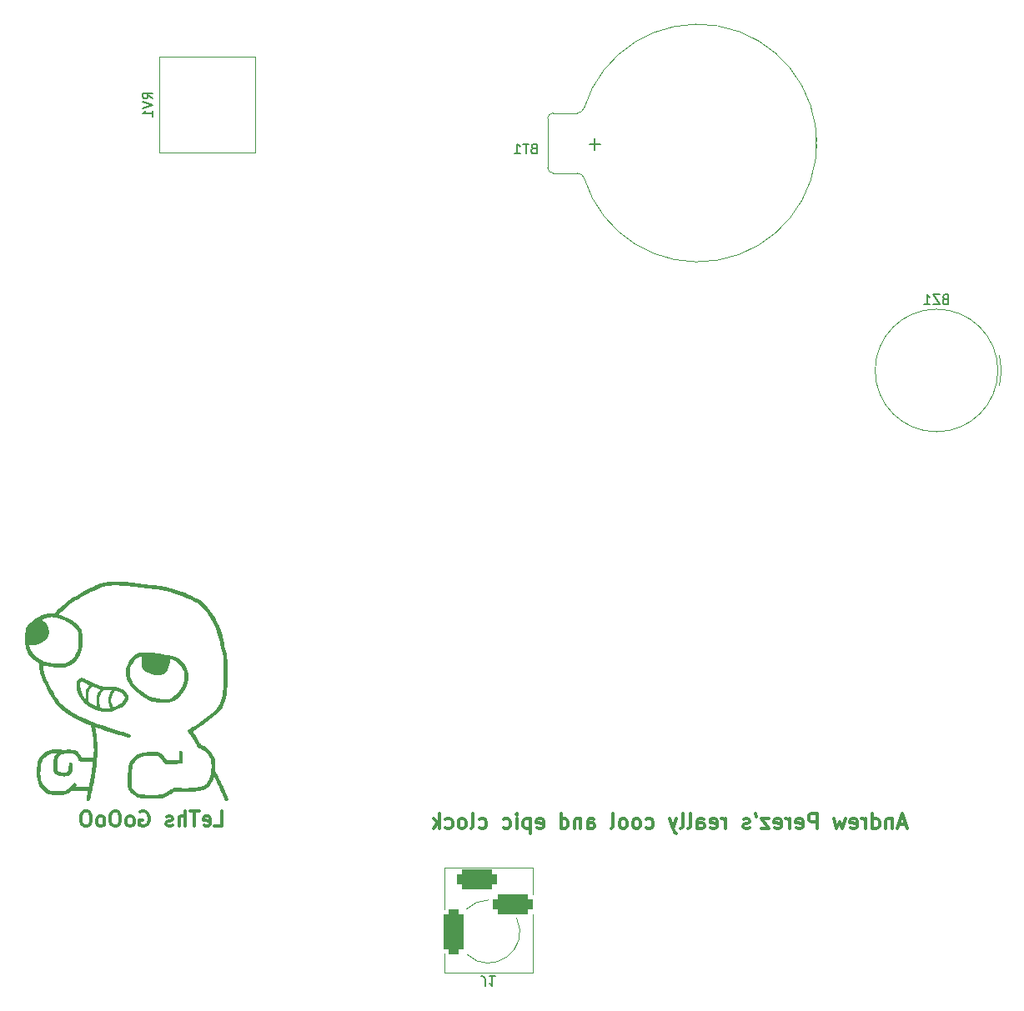
<source format=gbr>
%TF.GenerationSoftware,KiCad,Pcbnew,(6.0.5)*%
%TF.CreationDate,2022-07-18T04:00:38-05:00*%
%TF.ProjectId,First Round Clock,46697273-7420-4526-9f75-6e6420436c6f,rev?*%
%TF.SameCoordinates,PX3dc4fd0PYa381e90*%
%TF.FileFunction,Legend,Bot*%
%TF.FilePolarity,Positive*%
%FSLAX46Y46*%
G04 Gerber Fmt 4.6, Leading zero omitted, Abs format (unit mm)*
G04 Created by KiCad (PCBNEW (6.0.5)) date 2022-07-18 04:00:38*
%MOMM*%
%LPD*%
G01*
G04 APERTURE LIST*
G04 Aperture macros list*
%AMRoundRect*
0 Rectangle with rounded corners*
0 $1 Rounding radius*
0 $2 $3 $4 $5 $6 $7 $8 $9 X,Y pos of 4 corners*
0 Add a 4 corners polygon primitive as box body*
4,1,4,$2,$3,$4,$5,$6,$7,$8,$9,$2,$3,0*
0 Add four circle primitives for the rounded corners*
1,1,$1+$1,$2,$3*
1,1,$1+$1,$4,$5*
1,1,$1+$1,$6,$7*
1,1,$1+$1,$8,$9*
0 Add four rect primitives between the rounded corners*
20,1,$1+$1,$2,$3,$4,$5,0*
20,1,$1+$1,$4,$5,$6,$7,0*
20,1,$1+$1,$6,$7,$8,$9,0*
20,1,$1+$1,$8,$9,$2,$3,0*%
G04 Aperture macros list end*
%ADD10C,0.300000*%
%ADD11C,0.150000*%
%ADD12C,0.120000*%
%ADD13C,3.200000*%
%ADD14C,1.600000*%
%ADD15O,1.700000X1.700000*%
%ADD16R,1.700000X1.700000*%
%ADD17R,1.600000X1.600000*%
%ADD18O,1.600000X1.600000*%
%ADD19C,3.000000*%
%ADD20O,1.800000X2.600000*%
%ADD21R,1.800000X2.600000*%
%ADD22RoundRect,0.500000X-0.500000X1.750000X-0.500000X-1.750000X0.500000X-1.750000X0.500000X1.750000X0*%
%ADD23RoundRect,0.500000X-1.500000X-0.500000X1.500000X-0.500000X1.500000X0.500000X-1.500000X0.500000X0*%
%ADD24C,2.000000*%
%ADD25R,2.000000X2.000000*%
%ADD26R,3.000000X3.000000*%
%ADD27C,1.440000*%
G04 APERTURE END LIST*
D10*
X127596285Y37342000D02*
X126882000Y37342000D01*
X127739142Y36913429D02*
X127239142Y38413429D01*
X126739142Y36913429D01*
X126239142Y37913429D02*
X126239142Y36913429D01*
X126239142Y37770572D02*
X126167714Y37842000D01*
X126024857Y37913429D01*
X125810571Y37913429D01*
X125667714Y37842000D01*
X125596285Y37699143D01*
X125596285Y36913429D01*
X124239142Y36913429D02*
X124239142Y38413429D01*
X124239142Y36984858D02*
X124382000Y36913429D01*
X124667714Y36913429D01*
X124810571Y36984858D01*
X124882000Y37056286D01*
X124953428Y37199143D01*
X124953428Y37627715D01*
X124882000Y37770572D01*
X124810571Y37842000D01*
X124667714Y37913429D01*
X124382000Y37913429D01*
X124239142Y37842000D01*
X123524857Y36913429D02*
X123524857Y37913429D01*
X123524857Y37627715D02*
X123453428Y37770572D01*
X123382000Y37842000D01*
X123239142Y37913429D01*
X123096285Y37913429D01*
X122024857Y36984858D02*
X122167714Y36913429D01*
X122453428Y36913429D01*
X122596285Y36984858D01*
X122667714Y37127715D01*
X122667714Y37699143D01*
X122596285Y37842000D01*
X122453428Y37913429D01*
X122167714Y37913429D01*
X122024857Y37842000D01*
X121953428Y37699143D01*
X121953428Y37556286D01*
X122667714Y37413429D01*
X121453428Y37913429D02*
X121167714Y36913429D01*
X120882000Y37627715D01*
X120596285Y36913429D01*
X120310571Y37913429D01*
X118596285Y36913429D02*
X118596285Y38413429D01*
X118024857Y38413429D01*
X117882000Y38342000D01*
X117810571Y38270572D01*
X117739142Y38127715D01*
X117739142Y37913429D01*
X117810571Y37770572D01*
X117882000Y37699143D01*
X118024857Y37627715D01*
X118596285Y37627715D01*
X116524857Y36984858D02*
X116667714Y36913429D01*
X116953428Y36913429D01*
X117096285Y36984858D01*
X117167714Y37127715D01*
X117167714Y37699143D01*
X117096285Y37842000D01*
X116953428Y37913429D01*
X116667714Y37913429D01*
X116524857Y37842000D01*
X116453428Y37699143D01*
X116453428Y37556286D01*
X117167714Y37413429D01*
X115810571Y36913429D02*
X115810571Y37913429D01*
X115810571Y37627715D02*
X115739142Y37770572D01*
X115667714Y37842000D01*
X115524857Y37913429D01*
X115382000Y37913429D01*
X114310571Y36984858D02*
X114453428Y36913429D01*
X114739142Y36913429D01*
X114882000Y36984858D01*
X114953428Y37127715D01*
X114953428Y37699143D01*
X114882000Y37842000D01*
X114739142Y37913429D01*
X114453428Y37913429D01*
X114310571Y37842000D01*
X114239142Y37699143D01*
X114239142Y37556286D01*
X114953428Y37413429D01*
X113739142Y37913429D02*
X112953428Y37913429D01*
X113739142Y36913429D01*
X112953428Y36913429D01*
X112310571Y38413429D02*
X112453428Y38127715D01*
X111739142Y36984858D02*
X111596285Y36913429D01*
X111310571Y36913429D01*
X111167714Y36984858D01*
X111096285Y37127715D01*
X111096285Y37199143D01*
X111167714Y37342000D01*
X111310571Y37413429D01*
X111524857Y37413429D01*
X111667714Y37484858D01*
X111739142Y37627715D01*
X111739142Y37699143D01*
X111667714Y37842000D01*
X111524857Y37913429D01*
X111310571Y37913429D01*
X111167714Y37842000D01*
X109310571Y36913429D02*
X109310571Y37913429D01*
X109310571Y37627715D02*
X109239142Y37770572D01*
X109167714Y37842000D01*
X109024857Y37913429D01*
X108882000Y37913429D01*
X107810571Y36984858D02*
X107953428Y36913429D01*
X108239142Y36913429D01*
X108382000Y36984858D01*
X108453428Y37127715D01*
X108453428Y37699143D01*
X108382000Y37842000D01*
X108239142Y37913429D01*
X107953428Y37913429D01*
X107810571Y37842000D01*
X107739142Y37699143D01*
X107739142Y37556286D01*
X108453428Y37413429D01*
X106453428Y36913429D02*
X106453428Y37699143D01*
X106524857Y37842000D01*
X106667714Y37913429D01*
X106953428Y37913429D01*
X107096285Y37842000D01*
X106453428Y36984858D02*
X106596285Y36913429D01*
X106953428Y36913429D01*
X107096285Y36984858D01*
X107167714Y37127715D01*
X107167714Y37270572D01*
X107096285Y37413429D01*
X106953428Y37484858D01*
X106596285Y37484858D01*
X106453428Y37556286D01*
X105524857Y36913429D02*
X105667714Y36984858D01*
X105739142Y37127715D01*
X105739142Y38413429D01*
X104739142Y36913429D02*
X104882000Y36984858D01*
X104953428Y37127715D01*
X104953428Y38413429D01*
X104310571Y37913429D02*
X103953428Y36913429D01*
X103596285Y37913429D02*
X103953428Y36913429D01*
X104096285Y36556286D01*
X104167714Y36484858D01*
X104310571Y36413429D01*
X101239142Y36984858D02*
X101382000Y36913429D01*
X101667714Y36913429D01*
X101810571Y36984858D01*
X101882000Y37056286D01*
X101953428Y37199143D01*
X101953428Y37627715D01*
X101882000Y37770572D01*
X101810571Y37842000D01*
X101667714Y37913429D01*
X101382000Y37913429D01*
X101239142Y37842000D01*
X100382000Y36913429D02*
X100524857Y36984858D01*
X100596285Y37056286D01*
X100667714Y37199143D01*
X100667714Y37627715D01*
X100596285Y37770572D01*
X100524857Y37842000D01*
X100382000Y37913429D01*
X100167714Y37913429D01*
X100024857Y37842000D01*
X99953428Y37770572D01*
X99882000Y37627715D01*
X99882000Y37199143D01*
X99953428Y37056286D01*
X100024857Y36984858D01*
X100167714Y36913429D01*
X100382000Y36913429D01*
X99024857Y36913429D02*
X99167714Y36984858D01*
X99239142Y37056286D01*
X99310571Y37199143D01*
X99310571Y37627715D01*
X99239142Y37770572D01*
X99167714Y37842000D01*
X99024857Y37913429D01*
X98810571Y37913429D01*
X98667714Y37842000D01*
X98596285Y37770572D01*
X98524857Y37627715D01*
X98524857Y37199143D01*
X98596285Y37056286D01*
X98667714Y36984858D01*
X98810571Y36913429D01*
X99024857Y36913429D01*
X97667714Y36913429D02*
X97810571Y36984858D01*
X97882000Y37127715D01*
X97882000Y38413429D01*
X95310571Y36913429D02*
X95310571Y37699143D01*
X95382000Y37842000D01*
X95524857Y37913429D01*
X95810571Y37913429D01*
X95953428Y37842000D01*
X95310571Y36984858D02*
X95453428Y36913429D01*
X95810571Y36913429D01*
X95953428Y36984858D01*
X96024857Y37127715D01*
X96024857Y37270572D01*
X95953428Y37413429D01*
X95810571Y37484858D01*
X95453428Y37484858D01*
X95310571Y37556286D01*
X94596285Y37913429D02*
X94596285Y36913429D01*
X94596285Y37770572D02*
X94524857Y37842000D01*
X94382000Y37913429D01*
X94167714Y37913429D01*
X94024857Y37842000D01*
X93953428Y37699143D01*
X93953428Y36913429D01*
X92596285Y36913429D02*
X92596285Y38413429D01*
X92596285Y36984858D02*
X92739142Y36913429D01*
X93024857Y36913429D01*
X93167714Y36984858D01*
X93239142Y37056286D01*
X93310571Y37199143D01*
X93310571Y37627715D01*
X93239142Y37770572D01*
X93167714Y37842000D01*
X93024857Y37913429D01*
X92739142Y37913429D01*
X92596285Y37842000D01*
X90167714Y36984858D02*
X90310571Y36913429D01*
X90596285Y36913429D01*
X90739142Y36984858D01*
X90810571Y37127715D01*
X90810571Y37699143D01*
X90739142Y37842000D01*
X90596285Y37913429D01*
X90310571Y37913429D01*
X90167714Y37842000D01*
X90096285Y37699143D01*
X90096285Y37556286D01*
X90810571Y37413429D01*
X89453428Y37913429D02*
X89453428Y36413429D01*
X89453428Y37842000D02*
X89310571Y37913429D01*
X89024857Y37913429D01*
X88882000Y37842000D01*
X88810571Y37770572D01*
X88739142Y37627715D01*
X88739142Y37199143D01*
X88810571Y37056286D01*
X88882000Y36984858D01*
X89024857Y36913429D01*
X89310571Y36913429D01*
X89453428Y36984858D01*
X88096285Y36913429D02*
X88096285Y37913429D01*
X88096285Y38413429D02*
X88167714Y38342000D01*
X88096285Y38270572D01*
X88024857Y38342000D01*
X88096285Y38413429D01*
X88096285Y38270572D01*
X86739142Y36984858D02*
X86882000Y36913429D01*
X87167714Y36913429D01*
X87310571Y36984858D01*
X87382000Y37056286D01*
X87453428Y37199143D01*
X87453428Y37627715D01*
X87382000Y37770572D01*
X87310571Y37842000D01*
X87167714Y37913429D01*
X86882000Y37913429D01*
X86739142Y37842000D01*
X84310571Y36984858D02*
X84453428Y36913429D01*
X84739142Y36913429D01*
X84882000Y36984858D01*
X84953428Y37056286D01*
X85024857Y37199143D01*
X85024857Y37627715D01*
X84953428Y37770572D01*
X84882000Y37842000D01*
X84739142Y37913429D01*
X84453428Y37913429D01*
X84310571Y37842000D01*
X83453428Y36913429D02*
X83596285Y36984858D01*
X83667714Y37127715D01*
X83667714Y38413429D01*
X82667714Y36913429D02*
X82810571Y36984858D01*
X82882000Y37056286D01*
X82953428Y37199143D01*
X82953428Y37627715D01*
X82882000Y37770572D01*
X82810571Y37842000D01*
X82667714Y37913429D01*
X82453428Y37913429D01*
X82310571Y37842000D01*
X82239142Y37770572D01*
X82167714Y37627715D01*
X82167714Y37199143D01*
X82239142Y37056286D01*
X82310571Y36984858D01*
X82453428Y36913429D01*
X82667714Y36913429D01*
X80882000Y36984858D02*
X81024857Y36913429D01*
X81310571Y36913429D01*
X81453428Y36984858D01*
X81524857Y37056286D01*
X81596285Y37199143D01*
X81596285Y37627715D01*
X81524857Y37770572D01*
X81453428Y37842000D01*
X81310571Y37913429D01*
X81024857Y37913429D01*
X80882000Y37842000D01*
X80239142Y36913429D02*
X80239142Y38413429D01*
X80096285Y37484858D02*
X79667714Y36913429D01*
X79667714Y37913429D02*
X80239142Y37342000D01*
%TO.C,LeThs GoOoO*%
X57440285Y37156572D02*
X58166000Y37156572D01*
X58166000Y38680572D01*
X56351714Y37229143D02*
X56496857Y37156572D01*
X56787142Y37156572D01*
X56932285Y37229143D01*
X57004857Y37374286D01*
X57004857Y37954858D01*
X56932285Y38100000D01*
X56787142Y38172572D01*
X56496857Y38172572D01*
X56351714Y38100000D01*
X56279142Y37954858D01*
X56279142Y37809715D01*
X57004857Y37664572D01*
X55843714Y38680572D02*
X54972857Y38680572D01*
X55408285Y37156572D02*
X55408285Y38680572D01*
X54464857Y37156572D02*
X54464857Y38680572D01*
X53811714Y37156572D02*
X53811714Y37954858D01*
X53884285Y38100000D01*
X54029428Y38172572D01*
X54247142Y38172572D01*
X54392285Y38100000D01*
X54464857Y38027429D01*
X53158571Y37229143D02*
X53013428Y37156572D01*
X52723142Y37156572D01*
X52578000Y37229143D01*
X52505428Y37374286D01*
X52505428Y37446858D01*
X52578000Y37592000D01*
X52723142Y37664572D01*
X52940857Y37664572D01*
X53086000Y37737143D01*
X53158571Y37882286D01*
X53158571Y37954858D01*
X53086000Y38100000D01*
X52940857Y38172572D01*
X52723142Y38172572D01*
X52578000Y38100000D01*
X49892857Y38608000D02*
X50038000Y38680572D01*
X50255714Y38680572D01*
X50473428Y38608000D01*
X50618571Y38462858D01*
X50691142Y38317715D01*
X50763714Y38027429D01*
X50763714Y37809715D01*
X50691142Y37519429D01*
X50618571Y37374286D01*
X50473428Y37229143D01*
X50255714Y37156572D01*
X50110571Y37156572D01*
X49892857Y37229143D01*
X49820285Y37301715D01*
X49820285Y37809715D01*
X50110571Y37809715D01*
X48949428Y37156572D02*
X49094571Y37229143D01*
X49167142Y37301715D01*
X49239714Y37446858D01*
X49239714Y37882286D01*
X49167142Y38027429D01*
X49094571Y38100000D01*
X48949428Y38172572D01*
X48731714Y38172572D01*
X48586571Y38100000D01*
X48514000Y38027429D01*
X48441428Y37882286D01*
X48441428Y37446858D01*
X48514000Y37301715D01*
X48586571Y37229143D01*
X48731714Y37156572D01*
X48949428Y37156572D01*
X47498000Y38680572D02*
X47207714Y38680572D01*
X47062571Y38608000D01*
X46917428Y38462858D01*
X46844857Y38172572D01*
X46844857Y37664572D01*
X46917428Y37374286D01*
X47062571Y37229143D01*
X47207714Y37156572D01*
X47498000Y37156572D01*
X47643142Y37229143D01*
X47788285Y37374286D01*
X47860857Y37664572D01*
X47860857Y38172572D01*
X47788285Y38462858D01*
X47643142Y38608000D01*
X47498000Y38680572D01*
X45974000Y37156572D02*
X46119142Y37229143D01*
X46191714Y37301715D01*
X46264285Y37446858D01*
X46264285Y37882286D01*
X46191714Y38027429D01*
X46119142Y38100000D01*
X45974000Y38172572D01*
X45756285Y38172572D01*
X45611142Y38100000D01*
X45538571Y38027429D01*
X45466000Y37882286D01*
X45466000Y37446858D01*
X45538571Y37301715D01*
X45611142Y37229143D01*
X45756285Y37156572D01*
X45974000Y37156572D01*
X44522571Y38680572D02*
X44232285Y38680572D01*
X44087142Y38608000D01*
X43942000Y38462858D01*
X43869428Y38172572D01*
X43869428Y37664572D01*
X43942000Y37374286D01*
X44087142Y37229143D01*
X44232285Y37156572D01*
X44522571Y37156572D01*
X44667714Y37229143D01*
X44812857Y37374286D01*
X44885428Y37664572D01*
X44885428Y38172572D01*
X44812857Y38462858D01*
X44667714Y38608000D01*
X44522571Y38680572D01*
D11*
%TO.C,J1*%
X84896666Y20902381D02*
X84896666Y21616667D01*
X84849047Y21759524D01*
X84753809Y21854762D01*
X84610952Y21902381D01*
X84515714Y21902381D01*
X85896666Y21902381D02*
X85325238Y21902381D01*
X85610952Y21902381D02*
X85610952Y20902381D01*
X85515714Y21045239D01*
X85420476Y21140477D01*
X85325238Y21188096D01*
%TO.C,BZ1*%
X131610952Y90691429D02*
X131468095Y90643810D01*
X131420476Y90596191D01*
X131372857Y90500953D01*
X131372857Y90358096D01*
X131420476Y90262858D01*
X131468095Y90215239D01*
X131563333Y90167620D01*
X131944285Y90167620D01*
X131944285Y91167620D01*
X131610952Y91167620D01*
X131515714Y91120000D01*
X131468095Y91072381D01*
X131420476Y90977143D01*
X131420476Y90881905D01*
X131468095Y90786667D01*
X131515714Y90739048D01*
X131610952Y90691429D01*
X131944285Y90691429D01*
X131039523Y91167620D02*
X130372857Y91167620D01*
X131039523Y90167620D01*
X130372857Y90167620D01*
X129468095Y90167620D02*
X130039523Y90167620D01*
X129753809Y90167620D02*
X129753809Y91167620D01*
X129849047Y91024762D01*
X129944285Y90929524D01*
X130039523Y90881905D01*
%TO.C,BT1*%
X89838114Y105989429D02*
X89695257Y105941810D01*
X89647638Y105894191D01*
X89600019Y105798953D01*
X89600019Y105656096D01*
X89647638Y105560858D01*
X89695257Y105513239D01*
X89790495Y105465620D01*
X90171447Y105465620D01*
X90171447Y106465620D01*
X89838114Y106465620D01*
X89742876Y106418000D01*
X89695257Y106370381D01*
X89647638Y106275143D01*
X89647638Y106179905D01*
X89695257Y106084667D01*
X89742876Y106037048D01*
X89838114Y105989429D01*
X90171447Y105989429D01*
X89314304Y106465620D02*
X88742876Y106465620D01*
X89028590Y105465620D02*
X89028590Y106465620D01*
X87885733Y105465620D02*
X88457161Y105465620D01*
X88171447Y105465620D02*
X88171447Y106465620D01*
X88266685Y106322762D01*
X88361923Y106227524D01*
X88457161Y106179905D01*
X96609742Y106445858D02*
X95466885Y106445858D01*
X96038314Y105874429D02*
X96038314Y107017286D01*
%TO.C,RV1*%
X51127380Y111060239D02*
X50651190Y111393572D01*
X51127380Y111631667D02*
X50127380Y111631667D01*
X50127380Y111250715D01*
X50175000Y111155477D01*
X50222619Y111107858D01*
X50317857Y111060239D01*
X50460714Y111060239D01*
X50555952Y111107858D01*
X50603571Y111155477D01*
X50651190Y111250715D01*
X50651190Y111631667D01*
X50127380Y110774524D02*
X51127380Y110441191D01*
X50127380Y110107858D01*
X51127380Y109250715D02*
X51127380Y109822143D01*
X51127380Y109536429D02*
X50127380Y109536429D01*
X50270238Y109631667D01*
X50365476Y109726905D01*
X50413095Y109822143D01*
%TO.C,LeThs GoOoO*%
G36*
X45368076Y42851052D02*
G01*
X45277077Y42290916D01*
X45168306Y41685751D01*
X45041569Y41033906D01*
X45001455Y40834742D01*
X44950473Y40583902D01*
X44907472Y40376372D01*
X44871353Y40207777D01*
X44841015Y40073745D01*
X44815359Y39969900D01*
X44793285Y39891871D01*
X44773693Y39835282D01*
X44755483Y39795760D01*
X44737556Y39768932D01*
X44718811Y39750423D01*
X44643384Y39711493D01*
X44555800Y39714850D01*
X44473091Y39767895D01*
X44450249Y39792516D01*
X44427527Y39827952D01*
X44416060Y39871806D01*
X44416069Y39932421D01*
X44427777Y40018137D01*
X44451403Y40137295D01*
X44487171Y40298235D01*
X44494023Y40328559D01*
X44521680Y40454033D01*
X44544097Y40560625D01*
X44559123Y40637867D01*
X44564610Y40675291D01*
X44564533Y40676488D01*
X44555657Y40686295D01*
X44528681Y40694135D01*
X44478816Y40700211D01*
X44401273Y40704725D01*
X44291263Y40707882D01*
X44143996Y40709885D01*
X43954685Y40710938D01*
X43718539Y40711243D01*
X42872468Y40711243D01*
X42731746Y40605507D01*
X42725832Y40601072D01*
X42595402Y40509857D01*
X42479918Y40446405D01*
X42359489Y40401510D01*
X42214226Y40365964D01*
X42101394Y40345991D01*
X41889097Y40321597D01*
X41658102Y40308420D01*
X41419978Y40306200D01*
X41186292Y40314676D01*
X40968615Y40333589D01*
X40778515Y40362678D01*
X40627561Y40401682D01*
X40584923Y40417407D01*
X40384952Y40516820D01*
X40186707Y40654682D01*
X40003645Y40821927D01*
X39854845Y40991335D01*
X39663500Y41266346D01*
X39516244Y41561466D01*
X39412698Y41878391D01*
X39352485Y42218812D01*
X39336986Y42547115D01*
X39739369Y42547115D01*
X39749099Y42287580D01*
X39778376Y42051960D01*
X39828059Y41851818D01*
X39859539Y41765262D01*
X39972669Y41522565D01*
X40113191Y41298492D01*
X40273618Y41103965D01*
X40446460Y40949906D01*
X40529359Y40891364D01*
X40655418Y40817051D01*
X40776858Y40768542D01*
X40912069Y40737445D01*
X40939032Y40733137D01*
X41102029Y40715274D01*
X41291977Y40705135D01*
X41495841Y40702474D01*
X41700590Y40707043D01*
X41893190Y40718596D01*
X42060609Y40736885D01*
X42189813Y40761663D01*
X42223820Y40771731D01*
X42346878Y40825576D01*
X42479935Y40910984D01*
X42627052Y41031181D01*
X42792288Y41189390D01*
X42979704Y41388835D01*
X43062682Y41475361D01*
X43140058Y41537784D01*
X43205477Y41562336D01*
X43267581Y41551954D01*
X43335011Y41509573D01*
X43369005Y41475160D01*
X43402522Y41392552D01*
X43391599Y41298709D01*
X43336197Y41203671D01*
X43269370Y41124252D01*
X44661409Y41124252D01*
X44678670Y41208144D01*
X44691049Y41269308D01*
X44723431Y41436643D01*
X44759277Y41630402D01*
X44797532Y41844150D01*
X44837145Y42071451D01*
X44877060Y42305869D01*
X44916224Y42540968D01*
X44953585Y42770314D01*
X44988088Y42987469D01*
X45018680Y43185999D01*
X45044308Y43359468D01*
X45063918Y43501441D01*
X45076456Y43605481D01*
X45080870Y43665153D01*
X45079085Y43679652D01*
X45069294Y43691457D01*
X45045266Y43699566D01*
X45000773Y43704309D01*
X44929589Y43706013D01*
X44825487Y43705008D01*
X44682241Y43701623D01*
X44493624Y43696187D01*
X44473360Y43695584D01*
X44288829Y43690298D01*
X44147659Y43687134D01*
X44042332Y43686530D01*
X43965330Y43688927D01*
X43909135Y43694762D01*
X43866231Y43704477D01*
X43829098Y43718511D01*
X43790220Y43737302D01*
X43768500Y43748609D01*
X43721649Y43778252D01*
X43681834Y43816395D01*
X43641804Y43872592D01*
X43594307Y43956397D01*
X43532089Y44077364D01*
X43478540Y44180018D01*
X43406498Y44299783D01*
X43336990Y44384537D01*
X43261004Y44442431D01*
X43169531Y44481614D01*
X43053560Y44510238D01*
X42965957Y44523667D01*
X42795626Y44536339D01*
X42604197Y44538494D01*
X42409663Y44530575D01*
X42230020Y44513029D01*
X42083262Y44486297D01*
X42044951Y44476380D01*
X41867807Y44418496D01*
X41732101Y44346876D01*
X41631548Y44254137D01*
X41559861Y44132897D01*
X41510756Y43975776D01*
X41477947Y43775390D01*
X41460677Y43601473D01*
X41449049Y43420429D01*
X41443670Y43247051D01*
X41444681Y43092216D01*
X41452221Y42966802D01*
X41466432Y42881686D01*
X41479688Y42842866D01*
X41533751Y42754108D01*
X41617924Y42688473D01*
X41737043Y42643882D01*
X41895945Y42618255D01*
X42099467Y42609513D01*
X42229719Y42613794D01*
X42362124Y42636236D01*
X42461647Y42682669D01*
X42532908Y42758432D01*
X42580526Y42868866D01*
X42609118Y43019311D01*
X42623305Y43215105D01*
X42628917Y43322661D01*
X42637915Y43432140D01*
X42648406Y43514848D01*
X42659096Y43558363D01*
X42707445Y43612355D01*
X42782414Y43639307D01*
X42864726Y43632234D01*
X42939281Y43592767D01*
X42990979Y43522536D01*
X42993157Y43516778D01*
X43006877Y43443124D01*
X43012977Y43333581D01*
X43012109Y43201602D01*
X43004926Y43060638D01*
X42992078Y42924140D01*
X42974219Y42805562D01*
X42952000Y42718355D01*
X42904366Y42618657D01*
X42804693Y42483151D01*
X42680040Y42366530D01*
X42545502Y42284889D01*
X42520754Y42274785D01*
X42363094Y42233166D01*
X42172894Y42213445D01*
X41962435Y42216276D01*
X41743999Y42242310D01*
X41643768Y42262957D01*
X41475511Y42317713D01*
X41336885Y42395178D01*
X41226597Y42498501D01*
X41143350Y42630830D01*
X41085848Y42795313D01*
X41052796Y42995099D01*
X41042898Y43233336D01*
X41054858Y43513173D01*
X41087381Y43837757D01*
X41110763Y44003539D01*
X41140895Y44147621D01*
X41180088Y44265213D01*
X41232809Y44369456D01*
X41303526Y44473489D01*
X41366424Y44557382D01*
X41238316Y44557382D01*
X41071998Y44545726D01*
X40880717Y44511536D01*
X40695239Y44459995D01*
X40538242Y44396320D01*
X40510834Y44381919D01*
X40352985Y44277283D01*
X40201759Y44143956D01*
X40071554Y43996011D01*
X39976771Y43847524D01*
X39953751Y43798810D01*
X39878676Y43593145D01*
X39818838Y43353580D01*
X39775100Y43091678D01*
X39748324Y42819002D01*
X39739369Y42547115D01*
X39336986Y42547115D01*
X39335225Y42584426D01*
X39360541Y42976924D01*
X39428053Y43398003D01*
X39428573Y43400564D01*
X39485154Y43646472D01*
X39548743Y43851479D01*
X39624801Y44026188D01*
X39718788Y44181203D01*
X39836162Y44327127D01*
X39982384Y44474561D01*
X40026939Y44514722D01*
X40240933Y44674428D01*
X40471573Y44798347D01*
X40705565Y44879042D01*
X40740612Y44887353D01*
X40978852Y44931552D01*
X41226029Y44958535D01*
X41467976Y44967686D01*
X41690528Y44958390D01*
X41879518Y44930033D01*
X41917722Y44921713D01*
X42025855Y44905021D01*
X42128905Y44903807D01*
X42254316Y44917126D01*
X42491146Y44939913D01*
X42754345Y44938547D01*
X43036211Y44908204D01*
X43070163Y44902811D01*
X43294943Y44848150D01*
X43481092Y44763785D01*
X43634510Y44645314D01*
X43761093Y44488337D01*
X43866740Y44288452D01*
X43952069Y44092748D01*
X44542282Y44092748D01*
X44562210Y44092752D01*
X44756800Y44093517D01*
X44905100Y44095771D01*
X45011990Y44099781D01*
X45082353Y44105814D01*
X45121072Y44114136D01*
X45133028Y44125014D01*
X45133473Y44135894D01*
X45136637Y44192423D01*
X45142311Y44285969D01*
X45149888Y44406623D01*
X45158761Y44544475D01*
X45169297Y44841490D01*
X45163182Y45187204D01*
X45139136Y45569120D01*
X45096911Y45990197D01*
X45036262Y46453393D01*
X44956941Y46961666D01*
X44887272Y47379176D01*
X44487171Y47542508D01*
X44275476Y47630569D01*
X43744425Y47867682D01*
X43261088Y48108404D01*
X42826243Y48352280D01*
X42440670Y48598857D01*
X42105147Y48847678D01*
X41820455Y49098291D01*
X41772153Y49145508D01*
X41587598Y49333703D01*
X41419405Y49520040D01*
X41262512Y49711638D01*
X41111860Y49915616D01*
X40962387Y50139095D01*
X40809035Y50389193D01*
X40646742Y50673031D01*
X40470449Y50997727D01*
X40344288Y51237442D01*
X40184023Y51553047D01*
X40049026Y51835527D01*
X39937271Y52090680D01*
X39846734Y52324309D01*
X39775391Y52542212D01*
X39721216Y52750190D01*
X39682185Y52954044D01*
X39656273Y53159574D01*
X39641456Y53372580D01*
X39627367Y53682392D01*
X39495328Y53764160D01*
X39404488Y53824968D01*
X39259104Y53934687D01*
X39102782Y54063758D01*
X38948749Y54200727D01*
X38810229Y54334142D01*
X38700448Y54452548D01*
X38543710Y54652041D01*
X38403720Y54873418D01*
X38312309Y55079845D01*
X38275536Y55218459D01*
X38243064Y55406990D01*
X38227486Y55545955D01*
X38621665Y55545955D01*
X38637574Y55429890D01*
X38660677Y55296567D01*
X38696793Y55175146D01*
X38752284Y55058067D01*
X38835298Y54924500D01*
X38927567Y54799621D01*
X39088176Y54618434D01*
X39275566Y54438167D01*
X39479139Y54267532D01*
X39688297Y54115240D01*
X39892442Y53990003D01*
X40080975Y53900533D01*
X40166176Y53872410D01*
X40310457Y53835076D01*
X40488185Y53796734D01*
X40689393Y53759216D01*
X40904119Y53724358D01*
X41122398Y53693990D01*
X41334265Y53669948D01*
X41645486Y53649600D01*
X41928108Y53655791D01*
X42179235Y53691518D01*
X42405654Y53758815D01*
X42614151Y53859715D01*
X42811511Y53996251D01*
X43004520Y54170458D01*
X43057412Y54225525D01*
X43232514Y54444382D01*
X43374452Y54687985D01*
X43484083Y54959437D01*
X43562264Y55261839D01*
X43609852Y55598294D01*
X43627705Y55971905D01*
X43616679Y56385773D01*
X43610955Y56482323D01*
X43601243Y56626463D01*
X43591349Y56733905D01*
X43579704Y56814308D01*
X43564740Y56877332D01*
X43544889Y56932638D01*
X43518581Y56989886D01*
X43514092Y56998860D01*
X43433618Y57126185D01*
X43318913Y57266570D01*
X43180329Y57409292D01*
X43028216Y57543625D01*
X42872925Y57658845D01*
X42841154Y57679683D01*
X42625628Y57808570D01*
X42383859Y57935151D01*
X42127143Y58054700D01*
X41866778Y58162493D01*
X41614062Y58253807D01*
X41380292Y58323918D01*
X41176766Y58368100D01*
X41063593Y58381801D01*
X40871473Y58389346D01*
X40676861Y58380772D01*
X40497240Y58357108D01*
X40350090Y58319384D01*
X40280242Y58293667D01*
X40168323Y58249219D01*
X40063204Y58204089D01*
X39975265Y58162988D01*
X39914888Y58130627D01*
X39892455Y58111717D01*
X39912115Y58091867D01*
X39965096Y58054268D01*
X40039718Y58007378D01*
X40121061Y57955707D01*
X40281179Y57827057D01*
X40403510Y57680115D01*
X40495647Y57504513D01*
X40565184Y57289883D01*
X40569546Y57272458D01*
X40611592Y57006119D01*
X40604572Y56754613D01*
X40549379Y56519855D01*
X40446904Y56303761D01*
X40298041Y56108245D01*
X40103682Y55935223D01*
X39864719Y55786610D01*
X39668758Y55697342D01*
X39451576Y55628497D01*
X39213546Y55584145D01*
X38940851Y55560908D01*
X38621665Y55545955D01*
X38227486Y55545955D01*
X38218167Y55629086D01*
X38201642Y55875626D01*
X38194281Y56137489D01*
X38196880Y56405552D01*
X38207710Y56659809D01*
X38227601Y56898675D01*
X38257940Y57099097D01*
X38300948Y57267808D01*
X38358848Y57411537D01*
X38433863Y57537015D01*
X38528215Y57650974D01*
X38644126Y57760143D01*
X38760500Y57855961D01*
X39028551Y58054544D01*
X39318882Y58244081D01*
X39618067Y58416591D01*
X39912683Y58564095D01*
X40189305Y58678614D01*
X40275224Y58708744D01*
X40358622Y58733712D01*
X40439281Y58750629D01*
X40530793Y58761623D01*
X40646747Y58768821D01*
X40800735Y58774351D01*
X41179848Y58785897D01*
X41298290Y58936654D01*
X41371500Y59023013D01*
X41502449Y59160208D01*
X41662935Y59314513D01*
X41845280Y59479223D01*
X42041811Y59647638D01*
X42244853Y59813055D01*
X42446729Y59968772D01*
X42639765Y60108086D01*
X42730415Y60169649D01*
X42870160Y60260160D01*
X43026597Y60356374D01*
X43204672Y60461129D01*
X43409326Y60577263D01*
X43645504Y60707614D01*
X43918148Y60855019D01*
X44232201Y61022318D01*
X44557758Y61193837D01*
X44863663Y61352099D01*
X45135318Y61488126D01*
X45378201Y61603582D01*
X45597790Y61700127D01*
X45799564Y61779423D01*
X45989001Y61843133D01*
X46171581Y61892918D01*
X46352782Y61930440D01*
X46538083Y61957361D01*
X46732962Y61975343D01*
X46942897Y61986047D01*
X47173368Y61991136D01*
X47429854Y61992271D01*
X47527041Y61992085D01*
X47691672Y61991150D01*
X47843216Y61989065D01*
X47987034Y61985380D01*
X48128481Y61979647D01*
X48272917Y61971416D01*
X48425700Y61960238D01*
X48592186Y61945662D01*
X48777735Y61927241D01*
X48987704Y61904525D01*
X49227451Y61877064D01*
X49502333Y61844408D01*
X49817710Y61806110D01*
X50178939Y61761718D01*
X50287497Y61748369D01*
X50542777Y61717241D01*
X50794048Y61686947D01*
X51033438Y61658415D01*
X51253079Y61632573D01*
X51445102Y61610350D01*
X51601636Y61592674D01*
X51714813Y61580475D01*
X51780606Y61573521D01*
X52041231Y61541667D01*
X52285063Y61503614D01*
X52522749Y61456867D01*
X52764936Y61398933D01*
X53022272Y61327317D01*
X53305403Y61239527D01*
X53624976Y61133067D01*
X53859361Y61050610D01*
X54127149Y60951404D01*
X54399698Y60845793D01*
X54670300Y60736649D01*
X54932249Y60626845D01*
X55178838Y60519252D01*
X55403360Y60416743D01*
X55599109Y60322189D01*
X55759377Y60238464D01*
X55877459Y60168439D01*
X55941434Y60124980D01*
X56201012Y59920222D01*
X56462799Y59670213D01*
X56723243Y59379713D01*
X56978787Y59053479D01*
X57225877Y58696271D01*
X57460959Y58312848D01*
X57680479Y57907967D01*
X57880881Y57486388D01*
X57981306Y57250921D01*
X58129331Y56857673D01*
X58245703Y56475788D01*
X58334685Y56090504D01*
X58400541Y55687057D01*
X58403862Y55664441D01*
X58425891Y55549308D01*
X58459174Y55405370D01*
X58499798Y55248774D01*
X58543850Y55095666D01*
X58558190Y55048015D01*
X58600443Y54901134D01*
X58637849Y54762003D01*
X58666789Y54644432D01*
X58683643Y54562230D01*
X58691511Y54491383D01*
X58700024Y54374368D01*
X58708775Y54219046D01*
X58717543Y54032152D01*
X58726103Y53820423D01*
X58734234Y53590596D01*
X58741711Y53349406D01*
X58748314Y53103590D01*
X58753817Y52859884D01*
X58758000Y52625024D01*
X58760638Y52405746D01*
X58761509Y52208787D01*
X58757545Y51849234D01*
X58739526Y51393122D01*
X58706375Y50969302D01*
X58657455Y50567727D01*
X58648738Y50508754D01*
X58593798Y50191125D01*
X58528796Y49913891D01*
X58449053Y49667629D01*
X58349888Y49442921D01*
X58226619Y49230347D01*
X58074566Y49020487D01*
X57889047Y48803921D01*
X57665383Y48571228D01*
X57493067Y48404811D01*
X57104367Y48064496D01*
X56671688Y47729505D01*
X56192484Y47397923D01*
X55664203Y47067837D01*
X55572337Y47012780D01*
X55454881Y46941430D01*
X55357304Y46881037D01*
X55287800Y46836692D01*
X55254567Y46813484D01*
X55249204Y46806318D01*
X55247751Y46782764D01*
X55260955Y46742515D01*
X55291546Y46680275D01*
X55342256Y46590750D01*
X55415816Y46468644D01*
X55514956Y46308663D01*
X55532344Y46280803D01*
X55627246Y46128141D01*
X55718611Y45980243D01*
X55800459Y45846847D01*
X55866811Y45737694D01*
X55911686Y45662521D01*
X55955918Y45590298D01*
X56009963Y45518919D01*
X56066977Y45470306D01*
X56141031Y45430204D01*
X56155098Y45423576D01*
X56381709Y45296193D01*
X56611417Y45132078D01*
X56831086Y44942504D01*
X57027583Y44738740D01*
X57187771Y44532058D01*
X57269562Y44401907D01*
X57348793Y44247582D01*
X57409365Y44086921D01*
X57453429Y43910990D01*
X57483138Y43710850D01*
X57500645Y43477565D01*
X57508103Y43202199D01*
X57512450Y42789191D01*
X57753360Y42311650D01*
X57832236Y42153972D01*
X57948903Y41916375D01*
X58066915Y41671379D01*
X58184082Y41423867D01*
X58298215Y41178727D01*
X58407123Y40940844D01*
X58508615Y40715105D01*
X58600503Y40506395D01*
X58680594Y40319600D01*
X58746701Y40159606D01*
X58796631Y40031299D01*
X58828195Y39939565D01*
X58839203Y39889290D01*
X58839135Y39886529D01*
X58819607Y39827824D01*
X58775844Y39767895D01*
X58702945Y39718433D01*
X58615921Y39709193D01*
X58531724Y39749709D01*
X58522923Y39759676D01*
X58489624Y39813862D01*
X58441809Y39904957D01*
X58383209Y40025396D01*
X58317552Y40167615D01*
X58248567Y40324048D01*
X58208790Y40415728D01*
X58107113Y40645894D01*
X57995715Y40893218D01*
X57879589Y41146926D01*
X57763724Y41396239D01*
X57653113Y41630383D01*
X57552748Y41838581D01*
X57467619Y42010057D01*
X57378368Y42186005D01*
X57331587Y42035870D01*
X57284147Y41904596D01*
X57197998Y41715405D01*
X57094615Y41526527D01*
X56983348Y41354686D01*
X56873545Y41216603D01*
X56807760Y41147886D01*
X56699687Y41051050D01*
X56585283Y40972141D01*
X56455512Y40906907D01*
X56301335Y40851095D01*
X56113714Y40800451D01*
X55883614Y40750722D01*
X55788211Y40732372D01*
X55592824Y40699572D01*
X55397525Y40674188D01*
X55193725Y40655677D01*
X54972830Y40643499D01*
X54726251Y40637110D01*
X54445396Y40635968D01*
X54121674Y40639532D01*
X53335107Y40652495D01*
X53157176Y40521032D01*
X53144801Y40511928D01*
X52925749Y40362531D01*
X52701914Y40230251D01*
X52483360Y40120185D01*
X52280155Y40037428D01*
X52102365Y39987076D01*
X52025215Y39976355D01*
X51899510Y39966193D01*
X51738943Y39957764D01*
X51552247Y39951211D01*
X51348158Y39946674D01*
X51135412Y39944295D01*
X50922741Y39944213D01*
X50718882Y39946571D01*
X50532569Y39951508D01*
X50372537Y39959167D01*
X50310158Y39963219D01*
X50113784Y39978517D01*
X49955397Y39996437D01*
X49824309Y40019132D01*
X49709833Y40048756D01*
X49601281Y40087462D01*
X49487968Y40137404D01*
X49251800Y40271899D01*
X49032210Y40449288D01*
X48850102Y40657478D01*
X48710149Y40891935D01*
X48698952Y40915509D01*
X48673643Y40971811D01*
X48655244Y41023268D01*
X48642468Y41079291D01*
X48634026Y41149291D01*
X48628630Y41242679D01*
X48624993Y41368865D01*
X48621826Y41537260D01*
X48620109Y41703419D01*
X48621202Y41941939D01*
X48625952Y42183864D01*
X48633965Y42421333D01*
X48644842Y42646487D01*
X48658187Y42851464D01*
X48673604Y43028404D01*
X48690696Y43169447D01*
X48709067Y43266731D01*
X48762604Y43436455D01*
X48857189Y43657314D01*
X48973834Y43870150D01*
X49104389Y44060448D01*
X49240705Y44213692D01*
X49379796Y44326467D01*
X49598064Y44450056D01*
X49859820Y44548261D01*
X50166033Y44621509D01*
X50219605Y44630568D01*
X50386908Y44652016D01*
X50586171Y44670343D01*
X50803548Y44684866D01*
X51025193Y44694900D01*
X51237259Y44699761D01*
X51425900Y44698765D01*
X51577270Y44691229D01*
X51663640Y44683171D01*
X51764903Y44669769D01*
X51839651Y44651643D01*
X51903134Y44624662D01*
X51970602Y44584697D01*
X52065916Y44514267D01*
X52207407Y44381613D01*
X52350039Y44218290D01*
X52484130Y44034668D01*
X52600030Y43860430D01*
X53005356Y43860430D01*
X53059686Y43860572D01*
X53220336Y43862422D01*
X53375569Y43866082D01*
X53509982Y43871125D01*
X53608175Y43877125D01*
X53805667Y43893819D01*
X53805667Y44300180D01*
X53806047Y44422490D01*
X53808164Y44547230D01*
X53812879Y44635041D01*
X53821013Y44694328D01*
X53833392Y44733495D01*
X53850839Y44760948D01*
X53861543Y44772880D01*
X53942331Y44823408D01*
X54034447Y44829616D01*
X54122283Y44789843D01*
X54192862Y44734326D01*
X54192862Y44171173D01*
X54192832Y44102467D01*
X54192224Y43932162D01*
X54190405Y43803989D01*
X54186815Y43710860D01*
X54180894Y43645691D01*
X54172082Y43601395D01*
X54159819Y43570887D01*
X54143545Y43547081D01*
X54094228Y43486142D01*
X53285263Y43478559D01*
X53192567Y43477789D01*
X52996565Y43476827D01*
X52818288Y43476841D01*
X52664516Y43477775D01*
X52542028Y43479575D01*
X52457603Y43482186D01*
X52418020Y43485554D01*
X52414209Y43486728D01*
X52366171Y43522603D01*
X52300529Y43599532D01*
X52221581Y43712547D01*
X52164713Y43798810D01*
X52064258Y43942966D01*
X51976892Y44054550D01*
X51895428Y44142402D01*
X51812679Y44215359D01*
X51707548Y44299252D01*
X51209149Y44299252D01*
X50967236Y44296331D01*
X50622425Y44279577D01*
X50324490Y44247730D01*
X50071824Y44200535D01*
X49862819Y44137738D01*
X49695869Y44059083D01*
X49641321Y44023923D01*
X49479773Y43883915D01*
X49334771Y43703590D01*
X49212035Y43490907D01*
X49117284Y43253825D01*
X49109179Y43228097D01*
X49091160Y43165652D01*
X49076734Y43103005D01*
X49065185Y43032813D01*
X49055800Y42947733D01*
X49047864Y42840420D01*
X49040662Y42703531D01*
X49033479Y42529722D01*
X49025601Y42311650D01*
X49017061Y42049023D01*
X49011064Y41811174D01*
X49008598Y41614956D01*
X49009881Y41455237D01*
X49015130Y41326881D01*
X49024562Y41224756D01*
X49038396Y41143728D01*
X49056849Y41078663D01*
X49080137Y41024427D01*
X49129764Y40940186D01*
X49260161Y40780682D01*
X49425013Y40636163D01*
X49612960Y40515862D01*
X49812641Y40429014D01*
X49832253Y40423029D01*
X49946647Y40399020D01*
X50102439Y40378377D01*
X50291393Y40361297D01*
X50505271Y40347976D01*
X50735839Y40338611D01*
X50974858Y40333400D01*
X51214094Y40332539D01*
X51445309Y40336225D01*
X51660266Y40344655D01*
X51850730Y40358025D01*
X52008463Y40376533D01*
X52163777Y40413455D01*
X52335159Y40480634D01*
X52526393Y40580297D01*
X52741950Y40714776D01*
X52986302Y40886403D01*
X53061144Y40939154D01*
X53152879Y40997811D01*
X53226324Y41037971D01*
X53270245Y41053041D01*
X53271954Y41053053D01*
X53316719Y41052425D01*
X53405164Y41050532D01*
X53530046Y41047553D01*
X53684122Y41043663D01*
X53860151Y41039043D01*
X54050890Y41033869D01*
X54307187Y41028213D01*
X54615139Y41026483D01*
X54887729Y41032030D01*
X55134073Y41045394D01*
X55363290Y41067115D01*
X55584498Y41097732D01*
X55806814Y41137785D01*
X55810008Y41138421D01*
X56009974Y41181126D01*
X56167721Y41222412D01*
X56292265Y41266006D01*
X56392623Y41315637D01*
X56477811Y41375033D01*
X56556845Y41447922D01*
X56610834Y41507791D01*
X56740403Y41691419D01*
X56856340Y41913326D01*
X56954869Y42164432D01*
X57032217Y42435652D01*
X57084608Y42717904D01*
X57091281Y42773844D01*
X57103495Y42941746D01*
X57108308Y43130018D01*
X57106174Y43326696D01*
X57097551Y43519816D01*
X57082894Y43697413D01*
X57062660Y43847524D01*
X57037305Y43958185D01*
X57027644Y43987007D01*
X56926836Y44202629D01*
X56775314Y44420265D01*
X56573796Y44638862D01*
X56531953Y44678883D01*
X56382551Y44812412D01*
X56243780Y44917905D01*
X56100040Y45006362D01*
X55935731Y45088783D01*
X55746514Y45176206D01*
X55508111Y45570199D01*
X55490967Y45598511D01*
X55330855Y45860883D01*
X55187139Y46092569D01*
X55061353Y46291212D01*
X54955031Y46454453D01*
X54869705Y46579935D01*
X54806909Y46665299D01*
X54768176Y46708188D01*
X54734602Y46746234D01*
X54708619Y46827036D01*
X54719463Y46913713D01*
X54767201Y46987316D01*
X54775760Y46994443D01*
X54830531Y47032394D01*
X54917540Y47087050D01*
X55026705Y47152205D01*
X55147943Y47221654D01*
X55251023Y47280041D01*
X55689398Y47541268D01*
X56101373Y47807995D01*
X56484038Y48077774D01*
X56834486Y48348159D01*
X57149807Y48616700D01*
X57427094Y48880950D01*
X57663437Y49138462D01*
X57855930Y49386786D01*
X58001662Y49623476D01*
X58022394Y49664799D01*
X58101082Y49863324D01*
X58170843Y50109791D01*
X58231233Y50401792D01*
X58281809Y50736919D01*
X58322129Y51112767D01*
X58351751Y51526927D01*
X58353484Y51561008D01*
X58358558Y51712217D01*
X58361697Y51899213D01*
X58363028Y52115271D01*
X58362681Y52353667D01*
X58360784Y52607678D01*
X58357465Y52870579D01*
X58352853Y53135646D01*
X58347076Y53396156D01*
X58340264Y53645384D01*
X58332544Y53876607D01*
X58324046Y54083100D01*
X58314897Y54258140D01*
X58305226Y54395002D01*
X58295162Y54486963D01*
X58294948Y54488362D01*
X58277280Y54576495D01*
X58247560Y54697530D01*
X58209882Y54835699D01*
X58168343Y54975234D01*
X58136551Y55078232D01*
X58102490Y55194086D01*
X58074927Y55298381D01*
X58051081Y55403647D01*
X58028171Y55522414D01*
X58003415Y55667213D01*
X57974032Y55850573D01*
X57969567Y55878540D01*
X57918095Y56158264D01*
X57855441Y56421359D01*
X57777754Y56679491D01*
X57681182Y56944324D01*
X57561873Y57227524D01*
X57415976Y57540756D01*
X57212967Y57938122D01*
X56973767Y58353799D01*
X56725707Y58732509D01*
X56471001Y59071330D01*
X56211865Y59367340D01*
X55950514Y59617616D01*
X55689161Y59819236D01*
X55669688Y59832078D01*
X55542581Y59906419D01*
X55374005Y59993402D01*
X55170382Y60090376D01*
X54938133Y60194694D01*
X54683679Y60303706D01*
X54413440Y60414762D01*
X54133839Y60525214D01*
X53851295Y60632413D01*
X53572230Y60733708D01*
X53303065Y60826452D01*
X53050221Y60907995D01*
X52903813Y60951833D01*
X52491079Y61057948D01*
X52076741Y61136789D01*
X51637374Y61193084D01*
X51632345Y61193595D01*
X51512091Y61206474D01*
X51349649Y61224774D01*
X51153594Y61247483D01*
X50932502Y61273591D01*
X50694948Y61302083D01*
X50449506Y61331949D01*
X50204752Y61362176D01*
X49838939Y61407191D01*
X49419347Y61457151D01*
X49043328Y61499683D01*
X48706732Y61535086D01*
X48405410Y61563658D01*
X48135211Y61585699D01*
X47891986Y61601508D01*
X47671585Y61611382D01*
X47469859Y61615621D01*
X47282656Y61614523D01*
X47105828Y61608387D01*
X46935225Y61597511D01*
X46919713Y61596295D01*
X46760853Y61582459D01*
X46612552Y61566075D01*
X46471107Y61545626D01*
X46332813Y61519595D01*
X46193966Y61486467D01*
X46050862Y61444722D01*
X45899797Y61392846D01*
X45737068Y61329320D01*
X45558969Y61252628D01*
X45361797Y61161254D01*
X45141849Y61053680D01*
X44895419Y60928389D01*
X44618804Y60783865D01*
X44308300Y60618590D01*
X43960203Y60431049D01*
X43570809Y60219723D01*
X43363785Y60102872D01*
X42839154Y59766453D01*
X42344052Y59388973D01*
X41882907Y58973701D01*
X41588908Y58686085D01*
X41831281Y58602208D01*
X41984488Y58544168D01*
X42172777Y58464086D01*
X42376565Y58370549D01*
X42583060Y58269808D01*
X42779468Y58168110D01*
X42952998Y58071707D01*
X43090858Y57986848D01*
X43289024Y57841847D01*
X43500279Y57653505D01*
X43680607Y57453679D01*
X43823477Y57249737D01*
X43922356Y57049045D01*
X43942555Y56982430D01*
X43969099Y56845850D01*
X43990749Y56673861D01*
X44007076Y56476092D01*
X44017655Y56262171D01*
X44022056Y56041729D01*
X44021348Y55971905D01*
X44019853Y55824395D01*
X44010617Y55619797D01*
X43993921Y55437565D01*
X43939261Y55133749D01*
X43849905Y54827702D01*
X43730964Y54535479D01*
X43586698Y54266145D01*
X43421368Y54028763D01*
X43239237Y53832397D01*
X43117257Y53728528D01*
X42865621Y53553617D01*
X42599631Y53415116D01*
X42331785Y53320077D01*
X42260218Y53303787D01*
X42083120Y53278928D01*
X41872749Y53265226D01*
X41640634Y53262941D01*
X41398305Y53272333D01*
X41157293Y53293660D01*
X41129285Y53296972D01*
X40970233Y53317818D01*
X40795558Y53343500D01*
X40616400Y53372116D01*
X40443896Y53401766D01*
X40289185Y53430549D01*
X40163404Y53456564D01*
X40077691Y53477911D01*
X40017703Y53495702D01*
X40035081Y53305048D01*
X40044009Y53216462D01*
X40069632Y53028321D01*
X40105292Y52844508D01*
X40153201Y52659039D01*
X40215571Y52465931D01*
X40294612Y52259197D01*
X40392537Y52032855D01*
X40511556Y51780919D01*
X40653882Y51497405D01*
X40821726Y51176329D01*
X40826276Y51167757D01*
X41047609Y50765701D01*
X41261671Y50408739D01*
X41472855Y50091796D01*
X41685555Y49809798D01*
X41904164Y49557669D01*
X42133076Y49330336D01*
X42376685Y49122724D01*
X42639384Y48929758D01*
X42925566Y48746364D01*
X42981003Y48713600D01*
X43153949Y48616556D01*
X43358662Y48507385D01*
X43583709Y48391805D01*
X43817658Y48275532D01*
X44049076Y48164286D01*
X44266529Y48063782D01*
X44458585Y47979738D01*
X44466774Y47976294D01*
X44797580Y47842135D01*
X45172852Y47698660D01*
X45586842Y47547840D01*
X46033805Y47391648D01*
X46507995Y47232052D01*
X47003665Y47071025D01*
X47515068Y46910537D01*
X48036459Y46752559D01*
X48178729Y46710090D01*
X48386299Y46647168D01*
X48551710Y46595000D01*
X48679698Y46551457D01*
X48775001Y46514408D01*
X48842355Y46481723D01*
X48886495Y46451270D01*
X48912160Y46420921D01*
X48924086Y46388543D01*
X48927008Y46352007D01*
X48924245Y46322602D01*
X48887192Y46241021D01*
X48818603Y46181092D01*
X48733403Y46157788D01*
X48707283Y46160774D01*
X48628218Y46177724D01*
X48508235Y46208331D01*
X48352368Y46251078D01*
X48165652Y46304446D01*
X47953121Y46366919D01*
X47719812Y46436978D01*
X47470757Y46513108D01*
X47210993Y46593789D01*
X46945554Y46677506D01*
X46679475Y46762740D01*
X46417791Y46847974D01*
X46165536Y46931691D01*
X46007076Y46984691D01*
X45822233Y47046136D01*
X45658083Y47100280D01*
X45520270Y47145282D01*
X45414438Y47179301D01*
X45346234Y47200497D01*
X45321302Y47207027D01*
X45320887Y47202023D01*
X45325566Y47158957D01*
X45337055Y47081877D01*
X45353624Y46982795D01*
X45392174Y46745352D01*
X45431577Y46471482D01*
X45469096Y46181785D01*
X45502691Y45892877D01*
X45530321Y45621376D01*
X45549946Y45383897D01*
X45551644Y45358560D01*
X45563232Y45033983D01*
X45558204Y44674267D01*
X45536367Y44277765D01*
X45497528Y43842827D01*
X45476570Y43665153D01*
X45441496Y43367806D01*
X45368076Y42851052D01*
G37*
G36*
X48249598Y50946101D02*
G01*
X48385047Y50833319D01*
X48438317Y50777819D01*
X48543000Y50647247D01*
X48609966Y50518824D01*
X48645521Y50378051D01*
X48655803Y50213138D01*
X48655972Y50210430D01*
X48655944Y50193282D01*
X48652866Y50081045D01*
X48641798Y49997938D01*
X48618624Y49924072D01*
X48579229Y49839559D01*
X48544031Y49775727D01*
X48401214Y49583366D01*
X48209233Y49401782D01*
X47969269Y49231848D01*
X47682500Y49074436D01*
X47350105Y48930419D01*
X47299743Y48911220D01*
X47132146Y48852766D01*
X46984499Y48812697D01*
X46836630Y48786226D01*
X46668370Y48768562D01*
X46425483Y48760716D01*
X46066197Y48788750D01*
X45706368Y48860787D01*
X45352733Y48973713D01*
X45012026Y49124412D01*
X44690986Y49309770D01*
X44396346Y49526672D01*
X44134845Y49772002D01*
X43913217Y50042646D01*
X43825839Y50172069D01*
X43708257Y50374637D01*
X43613664Y50583032D01*
X43535500Y50812485D01*
X43467206Y51078226D01*
X43431446Y51259039D01*
X43404932Y51500258D01*
X43407374Y51573240D01*
X43764640Y51573240D01*
X43768359Y51497430D01*
X43787276Y51348970D01*
X43818983Y51179394D01*
X43859851Y51005211D01*
X43906254Y50842929D01*
X43954561Y50709058D01*
X43988285Y50634008D01*
X44049481Y50510844D01*
X44110198Y50400500D01*
X44157301Y50324874D01*
X44221445Y50230796D01*
X44276579Y50158804D01*
X44353491Y50068459D01*
X44339633Y50275143D01*
X44337143Y50351215D01*
X44623665Y50351215D01*
X44629193Y50141370D01*
X44647223Y49775460D01*
X44793061Y49673499D01*
X44824637Y49652252D01*
X44928438Y49588325D01*
X45050719Y49518873D01*
X45171215Y49455574D01*
X45221916Y49430402D01*
X45348382Y49369597D01*
X45435984Y49331640D01*
X45489468Y49314908D01*
X45513582Y49317776D01*
X45513071Y49338620D01*
X45504011Y49369275D01*
X45487441Y49459173D01*
X45472201Y49580791D01*
X45459387Y49721177D01*
X45450096Y49867380D01*
X45445425Y50006446D01*
X45445785Y50047461D01*
X45726215Y50047461D01*
X45726325Y50028982D01*
X45730918Y49908073D01*
X45741234Y49770509D01*
X45755847Y49627655D01*
X45773329Y49490881D01*
X45792254Y49371552D01*
X45811195Y49281037D01*
X45828726Y49230702D01*
X45858389Y49211075D01*
X45925327Y49186267D01*
X46013202Y49163418D01*
X46064482Y49154839D01*
X46177357Y49143459D01*
X46314324Y49135427D01*
X46460290Y49131113D01*
X46600166Y49130884D01*
X46718859Y49135110D01*
X46801279Y49144159D01*
X46804664Y49144826D01*
X46828922Y49152140D01*
X46839020Y49168279D01*
X46833642Y49202994D01*
X46811474Y49266038D01*
X46771200Y49367163D01*
X46744984Y49434206D01*
X46691489Y49593668D01*
X46657996Y49742495D01*
X46645308Y49888609D01*
X46646234Y49904315D01*
X46927387Y49904315D01*
X46940220Y49764439D01*
X46981181Y49605841D01*
X47052288Y49417691D01*
X47072298Y49373015D01*
X47120246Y49292872D01*
X47162786Y49263102D01*
X47170409Y49263140D01*
X47224974Y49275618D01*
X47307750Y49304063D01*
X47404041Y49343573D01*
X47463903Y49370673D01*
X47717760Y49502166D01*
X47926914Y49639625D01*
X48090708Y49781251D01*
X48208487Y49925244D01*
X48279595Y50069806D01*
X48303378Y50213138D01*
X48279179Y50353440D01*
X48206344Y50488914D01*
X48084216Y50617760D01*
X47912141Y50738180D01*
X47902010Y50743994D01*
X47801417Y50793760D01*
X47679323Y50844245D01*
X47552589Y50889386D01*
X47438080Y50923119D01*
X47352658Y50939380D01*
X47316683Y50940361D01*
X47286271Y50930058D01*
X47258574Y50899118D01*
X47225895Y50838609D01*
X47180540Y50739597D01*
X47169642Y50715081D01*
X47065443Y50459958D01*
X46987496Y50227445D01*
X46938800Y50026393D01*
X46927387Y49904315D01*
X46646234Y49904315D01*
X46654229Y50039932D01*
X46685559Y50204386D01*
X46740103Y50389894D01*
X46818663Y50604376D01*
X46922042Y50855756D01*
X46960524Y50946101D01*
X46534931Y50944183D01*
X46109337Y50942265D01*
X45992345Y50776399D01*
X45926050Y50676174D01*
X45855656Y50558637D01*
X45800794Y50455654D01*
X45777280Y50404984D01*
X45750292Y50333508D01*
X45734855Y50261421D01*
X45727864Y50171735D01*
X45726215Y50047461D01*
X45445785Y50047461D01*
X45446468Y50125424D01*
X45448136Y50163221D01*
X45456744Y50282947D01*
X45471830Y50374829D01*
X45497443Y50457748D01*
X45537630Y50550585D01*
X45583615Y50641589D01*
X45654750Y50768000D01*
X45723965Y50878284D01*
X45764591Y50938595D01*
X45806761Y51004834D01*
X45824624Y51042131D01*
X45821563Y51058576D01*
X45800967Y51062260D01*
X45791813Y51064300D01*
X45741251Y51081149D01*
X45655739Y51112237D01*
X45544118Y51154188D01*
X45415230Y51203623D01*
X45277917Y51257167D01*
X45141020Y51311442D01*
X45013380Y51363071D01*
X45006376Y51361937D01*
X44971642Y51333529D01*
X44919307Y51276547D01*
X44857529Y51201202D01*
X44794462Y51117705D01*
X44738263Y51036267D01*
X44697088Y50967098D01*
X44690644Y50953460D01*
X44661950Y50855667D01*
X44640751Y50716962D01*
X44627753Y50545945D01*
X44623665Y50351215D01*
X44337143Y50351215D01*
X44334566Y50429931D01*
X44352684Y50697750D01*
X44404710Y50942323D01*
X44489030Y51157176D01*
X44604030Y51335837D01*
X44639440Y51380915D01*
X44678071Y51436299D01*
X44692673Y51466706D01*
X44683001Y51478155D01*
X44636951Y51511969D01*
X44561659Y51559943D01*
X44466809Y51615688D01*
X44383230Y51662853D01*
X44232527Y51745617D01*
X44116476Y51804276D01*
X44028640Y51840714D01*
X43962579Y51856819D01*
X43911854Y51854476D01*
X43870024Y51835570D01*
X43830650Y51801988D01*
X43807010Y51776299D01*
X43779923Y51730291D01*
X43767517Y51668557D01*
X43764640Y51573240D01*
X43407374Y51573240D01*
X43411777Y51704828D01*
X43452293Y51874664D01*
X43526787Y52011681D01*
X43635572Y52117792D01*
X43680465Y52147567D01*
X43806836Y52202409D01*
X43943328Y52218379D01*
X44095200Y52194902D01*
X44267711Y52131406D01*
X44466119Y52027318D01*
X44566256Y51969154D01*
X44662388Y51914968D01*
X44749945Y51868611D01*
X44838399Y51825721D01*
X44937222Y51781934D01*
X45055886Y51732890D01*
X45203863Y51674227D01*
X45390626Y51601583D01*
X45449050Y51578932D01*
X45645385Y51502914D01*
X45741009Y51466706D01*
X45804324Y51442732D01*
X45934555Y51396591D01*
X46044762Y51362691D01*
X46143633Y51339234D01*
X46239854Y51324424D01*
X46342113Y51316463D01*
X46459094Y51313551D01*
X46599485Y51313892D01*
X46771973Y51315688D01*
X46943586Y51317022D01*
X47099878Y51316805D01*
X47221661Y51314191D01*
X47318067Y51308626D01*
X47398231Y51299556D01*
X47471285Y51286426D01*
X47546363Y51268681D01*
X47662074Y51235170D01*
X47873152Y51155272D01*
X48072961Y51057016D01*
X48096734Y51042131D01*
X48248069Y50947374D01*
X48249598Y50946101D01*
G37*
G36*
X54749954Y51984432D02*
G01*
X54682346Y51701378D01*
X54566993Y51371679D01*
X54418173Y51058407D01*
X54239699Y50765952D01*
X54035387Y50498701D01*
X53809049Y50261046D01*
X53564502Y50057374D01*
X53305558Y49892076D01*
X53036032Y49769541D01*
X52759739Y49694158D01*
X52734185Y49690158D01*
X52612534Y49680182D01*
X52454744Y49677003D01*
X52272541Y49680128D01*
X52077652Y49689064D01*
X51881801Y49703315D01*
X51696716Y49722389D01*
X51534122Y49745791D01*
X51390955Y49772537D01*
X51147745Y49829798D01*
X50919562Y49901500D01*
X50699582Y49991282D01*
X50480978Y50102781D01*
X50256926Y50239637D01*
X50020601Y50405487D01*
X49765177Y50603969D01*
X49483829Y50838722D01*
X49244964Y51052569D01*
X49036680Y51262113D01*
X48866935Y51463286D01*
X48731333Y51662585D01*
X48625478Y51866504D01*
X48544975Y52081541D01*
X48485428Y52314191D01*
X48467883Y52409208D01*
X48439719Y52738678D01*
X48447532Y52859545D01*
X48836356Y52859545D01*
X48841275Y52573003D01*
X48890365Y52293444D01*
X48983437Y52027754D01*
X49120304Y51782817D01*
X49123317Y51778432D01*
X49222202Y51651915D01*
X49356436Y51504460D01*
X49518353Y51342953D01*
X49700287Y51174283D01*
X49894572Y51005339D01*
X50093541Y50843009D01*
X50289528Y50694179D01*
X50474867Y50565740D01*
X50535263Y50526905D01*
X50738780Y50407490D01*
X50934676Y50313848D01*
X51137734Y50240398D01*
X51362737Y50181558D01*
X51624467Y50131749D01*
X51652683Y50127199D01*
X51841784Y50101845D01*
X52040232Y50082867D01*
X52235997Y50070830D01*
X52417050Y50066296D01*
X52571361Y50069828D01*
X52686900Y50081991D01*
X52716515Y50087722D01*
X52960818Y50163100D01*
X53198583Y50284304D01*
X53425842Y50446197D01*
X53638628Y50643637D01*
X53832973Y50871485D01*
X54004909Y51124604D01*
X54150469Y51397852D01*
X54265685Y51686091D01*
X54346589Y51984182D01*
X54389214Y52286986D01*
X54391245Y52320296D01*
X54379260Y52588937D01*
X54318799Y52855703D01*
X54212417Y53114198D01*
X54062672Y53358028D01*
X53872119Y53580796D01*
X53719044Y53719595D01*
X53552404Y53845613D01*
X53382332Y53952663D01*
X53217944Y54035570D01*
X53068360Y54089159D01*
X52942699Y54108255D01*
X52929933Y54107822D01*
X52908020Y54099437D01*
X52897039Y54071969D01*
X52894455Y54014605D01*
X52897732Y53916535D01*
X52893902Y53753880D01*
X52847919Y53505757D01*
X52756481Y53263291D01*
X52622944Y53034650D01*
X52450662Y52828002D01*
X52413859Y52791319D01*
X52303088Y52691305D01*
X52198421Y52618862D01*
X52088395Y52569794D01*
X51961551Y52539907D01*
X51806427Y52525007D01*
X51611561Y52520897D01*
X51457777Y52523238D01*
X51299484Y52534656D01*
X51158278Y52558951D01*
X51018984Y52599810D01*
X50866428Y52660922D01*
X50685435Y52745975D01*
X50466427Y52875027D01*
X50291001Y53027943D01*
X50158267Y53207347D01*
X50065694Y53416666D01*
X50010749Y53659325D01*
X49997013Y53796780D01*
X49993377Y53957473D01*
X50001847Y54108544D01*
X50021584Y54236291D01*
X50051744Y54327012D01*
X50052088Y54327675D01*
X50077882Y54381415D01*
X50088593Y54411590D01*
X50068470Y54424014D01*
X50012577Y54421017D01*
X49933437Y54404845D01*
X49843611Y54378670D01*
X49755663Y54345662D01*
X49682155Y54308992D01*
X49651441Y54289335D01*
X49528815Y54193927D01*
X49396940Y54070036D01*
X49268132Y53930734D01*
X49154708Y53789094D01*
X49068983Y53658187D01*
X48959786Y53426046D01*
X48875797Y53146187D01*
X48836356Y52859545D01*
X48447532Y52859545D01*
X48460806Y53064900D01*
X48529381Y53382851D01*
X48643679Y53687509D01*
X48801936Y53973853D01*
X49002388Y54236860D01*
X49243271Y54471508D01*
X49306381Y54522874D01*
X49465847Y54635349D01*
X49625508Y54718803D01*
X49795203Y54776033D01*
X49984771Y54809840D01*
X50204051Y54823020D01*
X50462882Y54818372D01*
X50620016Y54810629D01*
X50849146Y54795819D01*
X51063332Y54776543D01*
X51278887Y54751013D01*
X51512121Y54717441D01*
X51779346Y54674039D01*
X51860950Y54660537D01*
X52063119Y54628836D01*
X52277263Y54597217D01*
X52482458Y54568723D01*
X52657779Y54546392D01*
X52857298Y54520379D01*
X53045087Y54488764D01*
X53202936Y54451780D01*
X53342367Y54406161D01*
X53474904Y54348642D01*
X53612069Y54275957D01*
X53755343Y54188279D01*
X54023878Y53983964D01*
X54255378Y53750922D01*
X54447760Y53493351D01*
X54598940Y53215447D01*
X54706833Y52921406D01*
X54769355Y52615426D01*
X54783531Y52320296D01*
X54784424Y52301702D01*
X54749954Y51984432D01*
G37*
D12*
%TO.C,J1*%
X80730000Y22250000D02*
X89730000Y22250000D01*
X89730000Y32950000D02*
X89730000Y30200000D01*
X80730000Y32950000D02*
X80730000Y28700000D01*
X89730000Y22250000D02*
X89730000Y28200000D01*
X80730000Y32950000D02*
X89730000Y32950000D01*
X80730000Y22250000D02*
X80730000Y24200000D01*
X85230000Y29650000D02*
G75*
G03*
X82967258Y28712742I-2J-3199997D01*
G01*
X83030000Y24150000D02*
G75*
G03*
X88096245Y27833705I2200000J2300000D01*
G01*
%TO.C,BZ1*%
X136960000Y83450000D02*
G75*
G03*
X136960000Y83450000I-6230000J0D01*
G01*
X137130000Y81950001D02*
G75*
G03*
X137130000Y84950000I-6400000J1499999D01*
G01*
%TO.C,BT1*%
X91788314Y109603000D02*
X94238314Y109603000D01*
X94238314Y103503000D02*
X91788314Y103503000D01*
X91238314Y104053000D02*
X91238314Y109053000D01*
X118551757Y106037009D02*
G75*
G03*
X94938314Y110073000I-12063443J515991D01*
G01*
X91788314Y109603000D02*
G75*
G03*
X91238314Y109053000I-1J-549999D01*
G01*
X91238314Y104053000D02*
G75*
G03*
X91788314Y103503000I549999J-1D01*
G01*
X94938314Y103033000D02*
G75*
G03*
X118551757Y107068991I11550000J3520000D01*
G01*
X94943083Y103009515D02*
G75*
G03*
X94238314Y103503000I-704769J-256515D01*
G01*
X94238314Y109603000D02*
G75*
G03*
X94943083Y110096485I0J750000D01*
G01*
%TO.C,RV1*%
X51805000Y115350000D02*
X61575000Y115350000D01*
X51805000Y105580000D02*
X61575000Y105580000D01*
X61575000Y115350000D02*
X61575000Y105580000D01*
X51805000Y115350000D02*
X51805000Y105580000D01*
%TD*%
%LPC*%
D13*
%TO.C,H4*%
X30730000Y71450000D03*
%TD*%
D14*
%TO.C,R9*%
X83505000Y117450000D03*
X86905000Y117450000D03*
%TD*%
D13*
%TO.C,H3*%
X139730000Y71450000D03*
%TD*%
D15*
%TO.C,J2*%
X105580000Y64450000D03*
X103040000Y64450000D03*
X100500000Y64450000D03*
X97960000Y64450000D03*
X95420000Y64450000D03*
D16*
X92880000Y64450000D03*
%TD*%
D13*
%TO.C,H2*%
X85230000Y16950000D03*
%TD*%
D17*
%TO.C,U3*%
X69430000Y113250000D03*
D18*
X69430000Y110710000D03*
X69430000Y108170000D03*
X69430000Y105630000D03*
X77050000Y105630000D03*
X77050000Y108170000D03*
X77050000Y110710000D03*
X77050000Y113250000D03*
%TD*%
D13*
%TO.C,H1*%
X85230000Y125950000D03*
%TD*%
D16*
%TO.C,J3*%
X108955000Y54975000D03*
D15*
X111495000Y54975000D03*
X108955000Y52435000D03*
X111495000Y52435000D03*
X108955000Y49895000D03*
X111495000Y49895000D03*
%TD*%
D19*
%TO.C,DS1*%
X122869400Y100625300D03*
X122868880Y69624600D03*
X47870300Y69624600D03*
X47870300Y100625300D03*
D20*
X91469400Y100625300D03*
X88929400Y100625300D03*
X86389400Y100625300D03*
X83849400Y100625300D03*
X81309400Y100625300D03*
X78769400Y100625300D03*
X76229400Y100625300D03*
X73689400Y100625300D03*
X71149400Y100625300D03*
X68609400Y100625300D03*
X66069400Y100625300D03*
X63529400Y100625300D03*
X60989400Y100625300D03*
X58449400Y100625300D03*
X55909400Y100625300D03*
D21*
X53369400Y100625300D03*
%TD*%
D17*
%TO.C,U2*%
X102730000Y59250000D03*
D18*
X100190000Y59250000D03*
X97650000Y59250000D03*
X95110000Y59250000D03*
X92570000Y59250000D03*
X90030000Y59250000D03*
X87490000Y59250000D03*
X84950000Y59250000D03*
X82410000Y59250000D03*
X79870000Y59250000D03*
X77330000Y59250000D03*
X74790000Y59250000D03*
X72250000Y59250000D03*
X69710000Y59250000D03*
X69710000Y51630000D03*
X72250000Y51630000D03*
X74790000Y51630000D03*
X77330000Y51630000D03*
X79870000Y51630000D03*
X82410000Y51630000D03*
X84950000Y51630000D03*
X87490000Y51630000D03*
X90030000Y51630000D03*
X92570000Y51630000D03*
X95110000Y51630000D03*
X97650000Y51630000D03*
X100190000Y51630000D03*
X102730000Y51630000D03*
%TD*%
D22*
%TO.C,J1*%
X81730000Y26450000D03*
D23*
X84030000Y31750000D03*
X87730000Y29250000D03*
%TD*%
D24*
%TO.C,BZ1*%
X128230000Y83450000D03*
D25*
X133230000Y83450000D03*
%TD*%
D26*
%TO.C,BT1*%
X93288314Y106553000D03*
D19*
X113778314Y106553000D03*
%TD*%
D27*
%TO.C,RV1*%
X59230000Y110450000D03*
X56690000Y107910000D03*
X54150000Y110450000D03*
%TD*%
M02*

</source>
